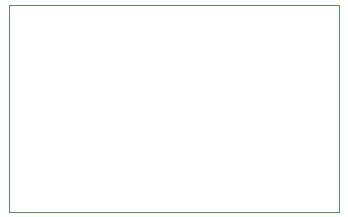
<source format=gbr>
G04 #@! TF.GenerationSoftware,KiCad,Pcbnew,(5.1.5)-3*
G04 #@! TF.CreationDate,2020-04-05T22:27:05+03:00*
G04 #@! TF.ProjectId,3.3V_Besleme,332e3356-5f42-4657-936c-656d652e6b69,rev?*
G04 #@! TF.SameCoordinates,Original*
G04 #@! TF.FileFunction,Profile,NP*
%FSLAX46Y46*%
G04 Gerber Fmt 4.6, Leading zero omitted, Abs format (unit mm)*
G04 Created by KiCad (PCBNEW (5.1.5)-3) date 2020-04-05 22:27:05*
%MOMM*%
%LPD*%
G04 APERTURE LIST*
%ADD10C,0.050000*%
G04 APERTURE END LIST*
D10*
X136500000Y-95500000D02*
X136500000Y-78000000D01*
X164500000Y-95500000D02*
X136500000Y-95500000D01*
X164500000Y-78000000D02*
X164500000Y-95500000D01*
X136500000Y-78000000D02*
X164500000Y-78000000D01*
M02*

</source>
